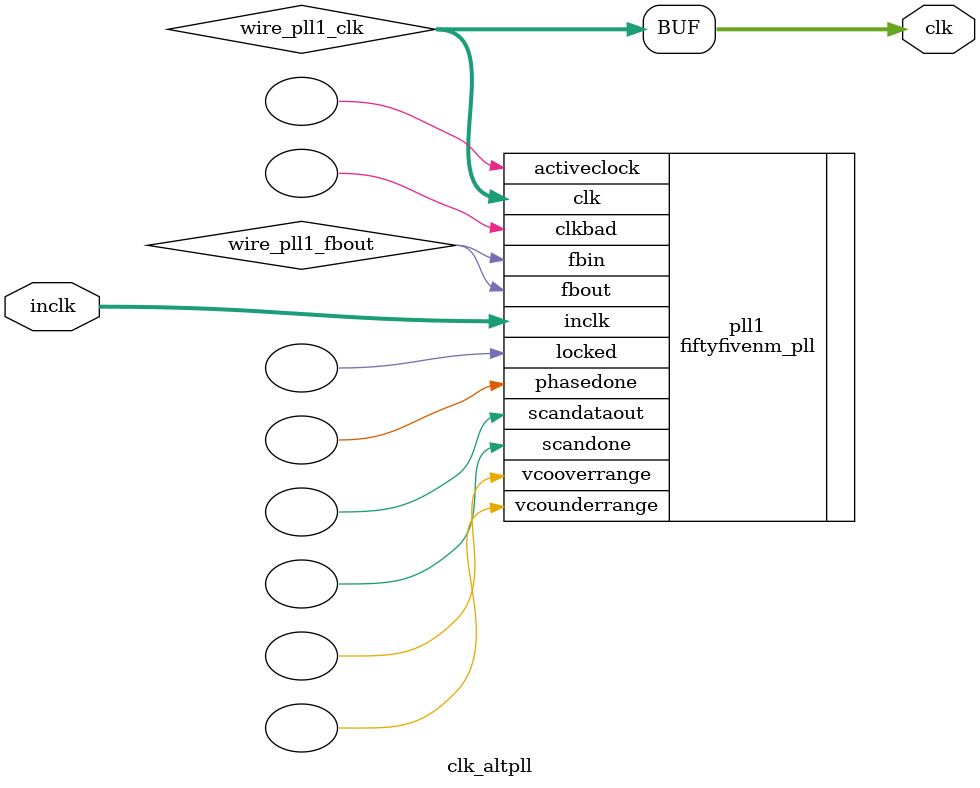
<source format=v>






//synthesis_resources = fiftyfivenm_pll 1 
//synopsys translate_off
`timescale 1 ps / 1 ps
//synopsys translate_on
module  clk_altpll
	( 
	clk,
	inclk) /* synthesis synthesis_clearbox=1 */;
	output   [4:0]  clk;
	input   [1:0]  inclk;
`ifndef ALTERA_RESERVED_QIS
// synopsys translate_off
`endif
	tri0   [1:0]  inclk;
`ifndef ALTERA_RESERVED_QIS
// synopsys translate_on
`endif

	wire  [4:0]   wire_pll1_clk;
	wire  wire_pll1_fbout;

	fiftyfivenm_pll   pll1
	( 
	.activeclock(),
	.clk(wire_pll1_clk),
	.clkbad(),
	.fbin(wire_pll1_fbout),
	.fbout(wire_pll1_fbout),
	.inclk(inclk),
	.locked(),
	.phasedone(),
	.scandataout(),
	.scandone(),
	.vcooverrange(),
	.vcounderrange()
	`ifndef FORMAL_VERIFICATION
	// synopsys translate_off
	`endif
	,
	.areset(1'b0),
	.clkswitch(1'b0),
	.configupdate(1'b0),
	.pfdena(1'b1),
	.phasecounterselect({3{1'b0}}),
	.phasestep(1'b0),
	.phaseupdown(1'b0),
	.scanclk(1'b0),
	.scanclkena(1'b1),
	.scandata(1'b0)
	`ifndef FORMAL_VERIFICATION
	// synopsys translate_on
	`endif
	);
	defparam
		pll1.bandwidth_type = "auto",
		pll1.clk0_divide_by = 305,
		pll1.clk0_duty_cycle = 50,
		pll1.clk0_multiply_by = 1,
		pll1.clk0_phase_shift = "0",
		pll1.compensate_clock = "clk0",
		pll1.inclk0_input_frequency = 100000,
		pll1.operation_mode = "normal",
		pll1.pll_type = "auto",
		pll1.lpm_type = "fiftyfivenm_pll";
	assign
		clk = {wire_pll1_clk[4:0]};
endmodule //clk_altpll
//VALID FILE

</source>
